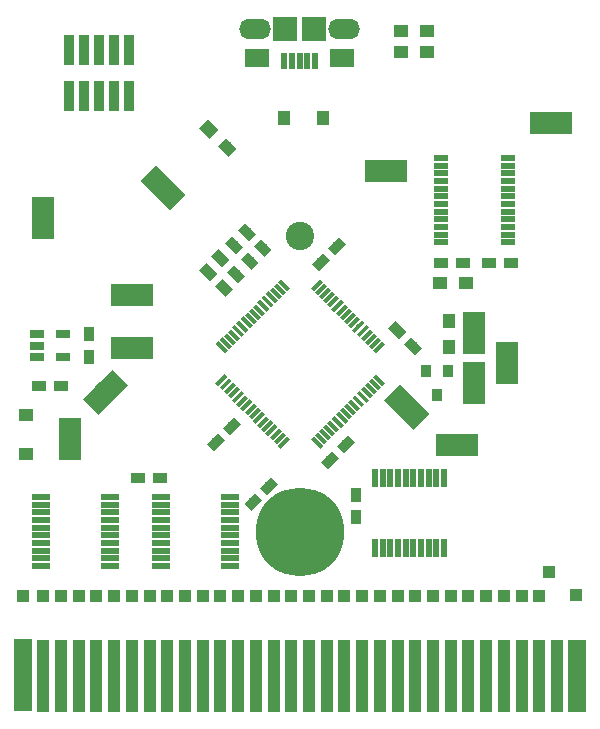
<source format=gbr>
G04 #@! TF.GenerationSoftware,KiCad,Pcbnew,(5.0.0-3-g5ebb6b6)*
G04 #@! TF.CreationDate,2018-08-11T09:42:43-07:00*
G04 #@! TF.ProjectId,pygameboy,707967616D65626F792E6B696361645F,rev?*
G04 #@! TF.SameCoordinates,Original*
G04 #@! TF.FileFunction,Soldermask,Top*
G04 #@! TF.FilePolarity,Negative*
%FSLAX46Y46*%
G04 Gerber Fmt 4.6, Leading zero omitted, Abs format (unit mm)*
G04 Created by KiCad (PCBNEW (5.0.0-3-g5ebb6b6)) date Saturday, August 11, 2018 at 09:42:43 AM*
%MOMM*%
%LPD*%
G01*
G04 APERTURE LIST*
%ADD10R,1.501600X6.101600*%
%ADD11R,1.101600X6.101600*%
%ADD12R,1.101600X1.101600*%
%ADD13R,1.881600X3.531600*%
%ADD14C,1.881600*%
%ADD15C,0.100000*%
%ADD16R,3.531600X1.881600*%
%ADD17C,0.851600*%
%ADD18R,1.301600X1.001600*%
%ADD19R,1.001600X1.301600*%
%ADD20R,2.101600X1.501600*%
%ADD21R,0.501600X1.451600*%
%ADD22R,2.001600X2.001600*%
%ADD23O,2.701600X1.701600*%
%ADD24R,0.851600X1.301600*%
%ADD25R,1.301600X0.851600*%
%ADD26R,0.841600X2.501600*%
%ADD27C,1.001600*%
%ADD28R,0.901600X1.001600*%
%ADD29R,1.161600X0.751600*%
%ADD30C,7.501600*%
%ADD31C,2.401600*%
%ADD32C,0.351600*%
%ADD33R,1.551600X0.551600*%
%ADD34R,0.551600X1.551600*%
%ADD35R,1.201600X0.501600*%
G04 APERTURE END LIST*
D10*
G04 #@! TO.C,U1*
X101245000Y-94448000D03*
D11*
X102945000Y-94488000D03*
X104445000Y-94488000D03*
X105945000Y-94488000D03*
X107445000Y-94488000D03*
X108945000Y-94488000D03*
X110445000Y-94488000D03*
X111945000Y-94488000D03*
X113445000Y-94488000D03*
X114945000Y-94488000D03*
X116445000Y-94488000D03*
X117945000Y-94488000D03*
X119445000Y-94488000D03*
X120945000Y-94488000D03*
X122445000Y-94488000D03*
X123945000Y-94488000D03*
X125445000Y-94488000D03*
X126945000Y-94488000D03*
X128445000Y-94488000D03*
X129945000Y-94488000D03*
X131445000Y-94488000D03*
X132945000Y-94488000D03*
X134445000Y-94488000D03*
X135945000Y-94488000D03*
X137445000Y-94488000D03*
X138945000Y-94488000D03*
X140445000Y-94488000D03*
X141945000Y-94488000D03*
X143445000Y-94488000D03*
X144945000Y-94488000D03*
X146445000Y-94488000D03*
D10*
X148145000Y-94488000D03*
G04 #@! TD*
D12*
G04 #@! TO.C,TP7*
X110445000Y-87738000D03*
G04 #@! TD*
G04 #@! TO.C,TP14*
X120945000Y-87738000D03*
G04 #@! TD*
G04 #@! TO.C,TP8*
X111945000Y-87738000D03*
G04 #@! TD*
G04 #@! TO.C,TP6*
X108945000Y-87738000D03*
G04 #@! TD*
G04 #@! TO.C,TP5*
X107445000Y-87738000D03*
G04 #@! TD*
G04 #@! TO.C,TP4*
X105945000Y-87738000D03*
G04 #@! TD*
G04 #@! TO.C,TP3*
X104445000Y-87738000D03*
G04 #@! TD*
G04 #@! TO.C,TP2*
X102945000Y-87738000D03*
G04 #@! TD*
G04 #@! TO.C,TP1*
X101219000Y-87738000D03*
G04 #@! TD*
G04 #@! TO.C,TP15*
X122445000Y-87738000D03*
G04 #@! TD*
G04 #@! TO.C,TP16*
X123945000Y-87738000D03*
G04 #@! TD*
G04 #@! TO.C,TP17*
X125445000Y-87738000D03*
G04 #@! TD*
G04 #@! TO.C,TP18*
X126945000Y-87738000D03*
G04 #@! TD*
G04 #@! TO.C,TP19*
X128445000Y-87738000D03*
G04 #@! TD*
G04 #@! TO.C,TP10*
X114945000Y-87738000D03*
G04 #@! TD*
G04 #@! TO.C,TP20*
X129945000Y-87738000D03*
G04 #@! TD*
G04 #@! TO.C,TP11*
X116445000Y-87738000D03*
G04 #@! TD*
G04 #@! TO.C,TP12*
X117945000Y-87738000D03*
G04 #@! TD*
G04 #@! TO.C,TP21*
X131445000Y-87738000D03*
G04 #@! TD*
G04 #@! TO.C,TP22*
X132945000Y-87738000D03*
G04 #@! TD*
G04 #@! TO.C,TP23*
X134445000Y-87738000D03*
G04 #@! TD*
G04 #@! TO.C,TP24*
X135945000Y-87738000D03*
G04 #@! TD*
G04 #@! TO.C,TP25*
X137445000Y-87738000D03*
G04 #@! TD*
G04 #@! TO.C,TP26*
X138945000Y-87738000D03*
G04 #@! TD*
G04 #@! TO.C,TP27*
X140445000Y-87738000D03*
G04 #@! TD*
G04 #@! TO.C,TP28*
X141945000Y-87738000D03*
G04 #@! TD*
G04 #@! TO.C,TP29*
X143445000Y-87738000D03*
G04 #@! TD*
G04 #@! TO.C,TP30*
X144945000Y-87738000D03*
G04 #@! TD*
G04 #@! TO.C,TP31*
X145795000Y-85738000D03*
G04 #@! TD*
G04 #@! TO.C,TP32*
X148045000Y-87688000D03*
G04 #@! TD*
G04 #@! TO.C,TP13*
X119445000Y-87738000D03*
G04 #@! TD*
G04 #@! TO.C,TP9*
X113445000Y-87738000D03*
G04 #@! TD*
D13*
G04 #@! TO.C,TP33*
X142195000Y-67988000D03*
G04 #@! TD*
D14*
G04 #@! TO.C,TP40*
X133695000Y-71738000D03*
D15*
G36*
X135608855Y-72321363D02*
X134278363Y-73651855D01*
X131781145Y-71154637D01*
X133111637Y-69824145D01*
X135608855Y-72321363D01*
X135608855Y-72321363D01*
G37*
G04 #@! TD*
D13*
G04 #@! TO.C,TP41*
X105195000Y-74488000D03*
G04 #@! TD*
D14*
G04 #@! TO.C,TP42*
X108195000Y-70488000D03*
D15*
G36*
X107611637Y-72401855D02*
X106281145Y-71071363D01*
X108778363Y-68574145D01*
X110108855Y-69904637D01*
X107611637Y-72401855D01*
X107611637Y-72401855D01*
G37*
G04 #@! TD*
D16*
G04 #@! TO.C,TP43*
X137945000Y-74988000D03*
G04 #@! TD*
G04 #@! TO.C,TP44*
X131945000Y-51738000D03*
G04 #@! TD*
G04 #@! TO.C,TP45*
X110445000Y-66738000D03*
G04 #@! TD*
D13*
G04 #@! TO.C,TP35*
X139445000Y-65488000D03*
G04 #@! TD*
G04 #@! TO.C,TP34*
X139445000Y-69738000D03*
G04 #@! TD*
D16*
G04 #@! TO.C,TP38*
X110445000Y-62238000D03*
G04 #@! TD*
D13*
G04 #@! TO.C,TP39*
X102945000Y-55738000D03*
G04 #@! TD*
D16*
G04 #@! TO.C,TP37*
X145945000Y-47738000D03*
G04 #@! TD*
D14*
G04 #@! TO.C,TP36*
X113095000Y-53188000D03*
D15*
G36*
X115008855Y-53771363D02*
X113678363Y-55101855D01*
X111181145Y-52604637D01*
X112511637Y-51274145D01*
X115008855Y-53771363D01*
X115008855Y-53771363D01*
G37*
G04 #@! TD*
D17*
G04 #@! TO.C,C14*
X119073249Y-58016249D03*
D15*
G36*
X118311978Y-57857150D02*
X118914150Y-57254978D01*
X119834520Y-58175348D01*
X119232348Y-58777520D01*
X118311978Y-57857150D01*
X118311978Y-57857150D01*
G37*
D17*
X120416751Y-59359751D03*
D15*
G36*
X119655480Y-59200652D02*
X120257652Y-58598480D01*
X121178022Y-59518850D01*
X120575850Y-60121022D01*
X119655480Y-59200652D01*
X119655480Y-59200652D01*
G37*
G04 #@! TD*
D17*
G04 #@! TO.C,C15*
X121516751Y-58309751D03*
D15*
G36*
X120755480Y-58150652D02*
X121357652Y-57548480D01*
X122278022Y-58468850D01*
X121675850Y-59071022D01*
X120755480Y-58150652D01*
X120755480Y-58150652D01*
G37*
D17*
X120173249Y-56966249D03*
D15*
G36*
X119411978Y-56807150D02*
X120014150Y-56204978D01*
X120934520Y-57125348D01*
X120332348Y-57727520D01*
X119411978Y-56807150D01*
X119411978Y-56807150D01*
G37*
G04 #@! TD*
D18*
G04 #@! TO.C,D3*
X133266000Y-39878000D03*
X135466000Y-39878000D03*
G04 #@! TD*
G04 #@! TO.C,R4*
X135466000Y-41656000D03*
X133266000Y-41656000D03*
G04 #@! TD*
G04 #@! TO.C,R3*
X138768000Y-61214000D03*
X136568000Y-61214000D03*
G04 #@! TD*
G04 #@! TO.C,D2*
X101473000Y-72391000D03*
X101473000Y-75691000D03*
G04 #@! TD*
D19*
G04 #@! TO.C,D1*
X126618000Y-47244000D03*
X123318000Y-47244000D03*
G04 #@! TD*
D20*
G04 #@! TO.C,J4*
X128250000Y-42201000D03*
X121050000Y-42201000D03*
D21*
X125950000Y-42426000D03*
X125300000Y-42426000D03*
X124650000Y-42426000D03*
X124000000Y-42426000D03*
X123350000Y-42426000D03*
D22*
X125850000Y-39751000D03*
X123450000Y-39751000D03*
D23*
X128450000Y-39751000D03*
X120850000Y-39751000D03*
G04 #@! TD*
D24*
G04 #@! TO.C,C13*
X106807000Y-65598000D03*
X106807000Y-67498000D03*
G04 #@! TD*
D17*
G04 #@! TO.C,C12*
X120740249Y-79792751D03*
D15*
G36*
X120581150Y-80554022D02*
X119978978Y-79951850D01*
X120899348Y-79031480D01*
X121501520Y-79633652D01*
X120581150Y-80554022D01*
X120581150Y-80554022D01*
G37*
D17*
X122083751Y-78449249D03*
D15*
G36*
X121924652Y-79210520D02*
X121322480Y-78608348D01*
X122242850Y-77687978D01*
X122845022Y-78290150D01*
X121924652Y-79210520D01*
X121924652Y-79210520D01*
G37*
G04 #@! TD*
D25*
G04 #@! TO.C,C11*
X112837000Y-77724000D03*
X110937000Y-77724000D03*
G04 #@! TD*
G04 #@! TO.C,C10*
X104455000Y-69977000D03*
X102555000Y-69977000D03*
G04 #@! TD*
D24*
G04 #@! TO.C,C9*
X129445000Y-81087000D03*
X129445000Y-79187000D03*
G04 #@! TD*
D25*
G04 #@! TO.C,C8*
X136591000Y-59563000D03*
X138491000Y-59563000D03*
G04 #@! TD*
G04 #@! TO.C,C7*
X140655000Y-59563000D03*
X142555000Y-59563000D03*
G04 #@! TD*
D17*
G04 #@! TO.C,C6*
X127798751Y-58129249D03*
D15*
G36*
X127957850Y-57367978D02*
X128560022Y-57970150D01*
X127639652Y-58890520D01*
X127037480Y-58288348D01*
X127957850Y-57367978D01*
X127957850Y-57367978D01*
G37*
D17*
X126455249Y-59472751D03*
D15*
G36*
X126614348Y-58711480D02*
X127216520Y-59313652D01*
X126296150Y-60234022D01*
X125693978Y-59631850D01*
X126614348Y-58711480D01*
X126614348Y-58711480D01*
G37*
G04 #@! TD*
D17*
G04 #@! TO.C,C5*
X132932249Y-65241249D03*
D15*
G36*
X133693520Y-65400348D02*
X133091348Y-66002520D01*
X132170978Y-65082150D01*
X132773150Y-64479978D01*
X133693520Y-65400348D01*
X133693520Y-65400348D01*
G37*
D17*
X134275751Y-66584751D03*
D15*
G36*
X135037022Y-66743850D02*
X134434850Y-67346022D01*
X133514480Y-66425652D01*
X134116652Y-65823480D01*
X135037022Y-66743850D01*
X135037022Y-66743850D01*
G37*
G04 #@! TD*
D17*
G04 #@! TO.C,C4*
X127217249Y-76236751D03*
D15*
G36*
X127058150Y-76998022D02*
X126455978Y-76395850D01*
X127376348Y-75475480D01*
X127978520Y-76077652D01*
X127058150Y-76998022D01*
X127058150Y-76998022D01*
G37*
D17*
X128560751Y-74893249D03*
D15*
G36*
X128401652Y-75654520D02*
X127799480Y-75052348D01*
X128719850Y-74131978D01*
X129322022Y-74734150D01*
X128401652Y-75654520D01*
X128401652Y-75654520D01*
G37*
G04 #@! TD*
D17*
G04 #@! TO.C,C3*
X118908751Y-73369249D03*
D15*
G36*
X118749652Y-74130520D02*
X118147480Y-73528348D01*
X119067850Y-72607978D01*
X119670022Y-73210150D01*
X118749652Y-74130520D01*
X118749652Y-74130520D01*
G37*
D17*
X117565249Y-74712751D03*
D15*
G36*
X117406150Y-75474022D02*
X116803978Y-74871850D01*
X117724348Y-73951480D01*
X118326520Y-74553652D01*
X117406150Y-75474022D01*
X117406150Y-75474022D01*
G37*
G04 #@! TD*
D17*
G04 #@! TO.C,C2*
X119289751Y-60488751D03*
D15*
G36*
X120051022Y-60647850D02*
X119448850Y-61250022D01*
X118528480Y-60329652D01*
X119130652Y-59727480D01*
X120051022Y-60647850D01*
X120051022Y-60647850D01*
G37*
D17*
X117946249Y-59145249D03*
D15*
G36*
X118707520Y-59304348D02*
X118105348Y-59906520D01*
X117184978Y-58986150D01*
X117787150Y-58383978D01*
X118707520Y-59304348D01*
X118707520Y-59304348D01*
G37*
G04 #@! TD*
D17*
G04 #@! TO.C,C1*
X118273751Y-61631751D03*
D15*
G36*
X117512480Y-61472652D02*
X118114652Y-60870480D01*
X119035022Y-61790850D01*
X118432850Y-62393022D01*
X117512480Y-61472652D01*
X117512480Y-61472652D01*
G37*
D17*
X116930249Y-60288249D03*
D15*
G36*
X116168978Y-60129150D02*
X116771150Y-59526978D01*
X117691520Y-60447348D01*
X117089348Y-61049520D01*
X116168978Y-60129150D01*
X116168978Y-60129150D01*
G37*
G04 #@! TD*
D26*
G04 #@! TO.C,J3*
X110236000Y-41484000D03*
X110236000Y-45384000D03*
X108966000Y-41484000D03*
X108966000Y-45384000D03*
X107696000Y-41484000D03*
X107696000Y-45384000D03*
X106426000Y-41484000D03*
X106426000Y-45384000D03*
X105156000Y-41484000D03*
X105156000Y-45384000D03*
G04 #@! TD*
D19*
G04 #@! TO.C,R2*
X137287000Y-64432000D03*
X137287000Y-66632000D03*
G04 #@! TD*
D27*
G04 #@! TO.C,R1*
X118522817Y-49765817D03*
D15*
G36*
X117708513Y-49659751D02*
X118416751Y-48951513D01*
X119337121Y-49871883D01*
X118628883Y-50580121D01*
X117708513Y-49659751D01*
X117708513Y-49659751D01*
G37*
D27*
X116967183Y-48210183D03*
D15*
G36*
X116152879Y-48104117D02*
X116861117Y-47395879D01*
X117781487Y-48316249D01*
X117073249Y-49024487D01*
X116152879Y-48104117D01*
X116152879Y-48104117D01*
G37*
G04 #@! TD*
D28*
G04 #@! TO.C,Q1*
X136271000Y-70723000D03*
X135321000Y-68723000D03*
X137221000Y-68723000D03*
G04 #@! TD*
D29*
G04 #@! TO.C,U7*
X104605000Y-65598000D03*
X104605000Y-67498000D03*
X102405000Y-67498000D03*
X102405000Y-66548000D03*
X102405000Y-65598000D03*
G04 #@! TD*
D30*
G04 #@! TO.C,J2*
X124650000Y-82350000D03*
G04 #@! TD*
D31*
G04 #@! TO.C,J1*
X124650000Y-57300000D03*
G04 #@! TD*
D32*
G04 #@! TO.C,U2*
X118031841Y-66693142D03*
D15*
G36*
X118545625Y-66958307D02*
X118297006Y-67206926D01*
X117518057Y-66427977D01*
X117766676Y-66179358D01*
X118545625Y-66958307D01*
X118545625Y-66958307D01*
G37*
D32*
X118385394Y-66339588D03*
D15*
G36*
X118899178Y-66604753D02*
X118650559Y-66853372D01*
X117871610Y-66074423D01*
X118120229Y-65825804D01*
X118899178Y-66604753D01*
X118899178Y-66604753D01*
G37*
D32*
X118738948Y-65986035D03*
D15*
G36*
X119252732Y-66251200D02*
X119004113Y-66499819D01*
X118225164Y-65720870D01*
X118473783Y-65472251D01*
X119252732Y-66251200D01*
X119252732Y-66251200D01*
G37*
D32*
X119092501Y-65632482D03*
D15*
G36*
X119606285Y-65897647D02*
X119357666Y-66146266D01*
X118578717Y-65367317D01*
X118827336Y-65118698D01*
X119606285Y-65897647D01*
X119606285Y-65897647D01*
G37*
D32*
X119446054Y-65278928D03*
D15*
G36*
X119959838Y-65544093D02*
X119711219Y-65792712D01*
X118932270Y-65013763D01*
X119180889Y-64765144D01*
X119959838Y-65544093D01*
X119959838Y-65544093D01*
G37*
D32*
X119799608Y-64925375D03*
D15*
G36*
X120313392Y-65190540D02*
X120064773Y-65439159D01*
X119285824Y-64660210D01*
X119534443Y-64411591D01*
X120313392Y-65190540D01*
X120313392Y-65190540D01*
G37*
D32*
X120153161Y-64571821D03*
D15*
G36*
X120666945Y-64836986D02*
X120418326Y-65085605D01*
X119639377Y-64306656D01*
X119887996Y-64058037D01*
X120666945Y-64836986D01*
X120666945Y-64836986D01*
G37*
D32*
X120506715Y-64218268D03*
D15*
G36*
X121020499Y-64483433D02*
X120771880Y-64732052D01*
X119992931Y-63953103D01*
X120241550Y-63704484D01*
X121020499Y-64483433D01*
X121020499Y-64483433D01*
G37*
D32*
X120860268Y-63864715D03*
D15*
G36*
X121374052Y-64129880D02*
X121125433Y-64378499D01*
X120346484Y-63599550D01*
X120595103Y-63350931D01*
X121374052Y-64129880D01*
X121374052Y-64129880D01*
G37*
D32*
X121213821Y-63511161D03*
D15*
G36*
X121727605Y-63776326D02*
X121478986Y-64024945D01*
X120700037Y-63245996D01*
X120948656Y-62997377D01*
X121727605Y-63776326D01*
X121727605Y-63776326D01*
G37*
D32*
X121567375Y-63157608D03*
D15*
G36*
X122081159Y-63422773D02*
X121832540Y-63671392D01*
X121053591Y-62892443D01*
X121302210Y-62643824D01*
X122081159Y-63422773D01*
X122081159Y-63422773D01*
G37*
D32*
X121920928Y-62804054D03*
D15*
G36*
X122434712Y-63069219D02*
X122186093Y-63317838D01*
X121407144Y-62538889D01*
X121655763Y-62290270D01*
X122434712Y-63069219D01*
X122434712Y-63069219D01*
G37*
D32*
X122274482Y-62450501D03*
D15*
G36*
X122788266Y-62715666D02*
X122539647Y-62964285D01*
X121760698Y-62185336D01*
X122009317Y-61936717D01*
X122788266Y-62715666D01*
X122788266Y-62715666D01*
G37*
D32*
X122628035Y-62096948D03*
D15*
G36*
X123141819Y-62362113D02*
X122893200Y-62610732D01*
X122114251Y-61831783D01*
X122362870Y-61583164D01*
X123141819Y-62362113D01*
X123141819Y-62362113D01*
G37*
D32*
X122981588Y-61743394D03*
D15*
G36*
X123495372Y-62008559D02*
X123246753Y-62257178D01*
X122467804Y-61478229D01*
X122716423Y-61229610D01*
X123495372Y-62008559D01*
X123495372Y-62008559D01*
G37*
D32*
X123335142Y-61389841D03*
D15*
G36*
X123848926Y-61655006D02*
X123600307Y-61903625D01*
X122821358Y-61124676D01*
X123069977Y-60876057D01*
X123848926Y-61655006D01*
X123848926Y-61655006D01*
G37*
D32*
X126092858Y-61389841D03*
D15*
G36*
X125827693Y-61903625D02*
X125579074Y-61655006D01*
X126358023Y-60876057D01*
X126606642Y-61124676D01*
X125827693Y-61903625D01*
X125827693Y-61903625D01*
G37*
D32*
X126446412Y-61743394D03*
D15*
G36*
X126181247Y-62257178D02*
X125932628Y-62008559D01*
X126711577Y-61229610D01*
X126960196Y-61478229D01*
X126181247Y-62257178D01*
X126181247Y-62257178D01*
G37*
D32*
X126799965Y-62096948D03*
D15*
G36*
X126534800Y-62610732D02*
X126286181Y-62362113D01*
X127065130Y-61583164D01*
X127313749Y-61831783D01*
X126534800Y-62610732D01*
X126534800Y-62610732D01*
G37*
D32*
X127153518Y-62450501D03*
D15*
G36*
X126888353Y-62964285D02*
X126639734Y-62715666D01*
X127418683Y-61936717D01*
X127667302Y-62185336D01*
X126888353Y-62964285D01*
X126888353Y-62964285D01*
G37*
D32*
X127507072Y-62804054D03*
D15*
G36*
X127241907Y-63317838D02*
X126993288Y-63069219D01*
X127772237Y-62290270D01*
X128020856Y-62538889D01*
X127241907Y-63317838D01*
X127241907Y-63317838D01*
G37*
D32*
X127860625Y-63157608D03*
D15*
G36*
X127595460Y-63671392D02*
X127346841Y-63422773D01*
X128125790Y-62643824D01*
X128374409Y-62892443D01*
X127595460Y-63671392D01*
X127595460Y-63671392D01*
G37*
D32*
X128214179Y-63511161D03*
D15*
G36*
X127949014Y-64024945D02*
X127700395Y-63776326D01*
X128479344Y-62997377D01*
X128727963Y-63245996D01*
X127949014Y-64024945D01*
X127949014Y-64024945D01*
G37*
D32*
X128567732Y-63864715D03*
D15*
G36*
X128302567Y-64378499D02*
X128053948Y-64129880D01*
X128832897Y-63350931D01*
X129081516Y-63599550D01*
X128302567Y-64378499D01*
X128302567Y-64378499D01*
G37*
D32*
X128921285Y-64218268D03*
D15*
G36*
X128656120Y-64732052D02*
X128407501Y-64483433D01*
X129186450Y-63704484D01*
X129435069Y-63953103D01*
X128656120Y-64732052D01*
X128656120Y-64732052D01*
G37*
D32*
X129274839Y-64571821D03*
D15*
G36*
X129009674Y-65085605D02*
X128761055Y-64836986D01*
X129540004Y-64058037D01*
X129788623Y-64306656D01*
X129009674Y-65085605D01*
X129009674Y-65085605D01*
G37*
D32*
X129628392Y-64925375D03*
D15*
G36*
X129363227Y-65439159D02*
X129114608Y-65190540D01*
X129893557Y-64411591D01*
X130142176Y-64660210D01*
X129363227Y-65439159D01*
X129363227Y-65439159D01*
G37*
D32*
X129981946Y-65278928D03*
D15*
G36*
X129716781Y-65792712D02*
X129468162Y-65544093D01*
X130247111Y-64765144D01*
X130495730Y-65013763D01*
X129716781Y-65792712D01*
X129716781Y-65792712D01*
G37*
D32*
X130335499Y-65632482D03*
D15*
G36*
X130070334Y-66146266D02*
X129821715Y-65897647D01*
X130600664Y-65118698D01*
X130849283Y-65367317D01*
X130070334Y-66146266D01*
X130070334Y-66146266D01*
G37*
D32*
X130689052Y-65986035D03*
D15*
G36*
X130423887Y-66499819D02*
X130175268Y-66251200D01*
X130954217Y-65472251D01*
X131202836Y-65720870D01*
X130423887Y-66499819D01*
X130423887Y-66499819D01*
G37*
D32*
X131042606Y-66339588D03*
D15*
G36*
X130777441Y-66853372D02*
X130528822Y-66604753D01*
X131307771Y-65825804D01*
X131556390Y-66074423D01*
X130777441Y-66853372D01*
X130777441Y-66853372D01*
G37*
D32*
X131396159Y-66693142D03*
D15*
G36*
X131130994Y-67206926D02*
X130882375Y-66958307D01*
X131661324Y-66179358D01*
X131909943Y-66427977D01*
X131130994Y-67206926D01*
X131130994Y-67206926D01*
G37*
D32*
X131396159Y-69450858D03*
D15*
G36*
X131909943Y-69716023D02*
X131661324Y-69964642D01*
X130882375Y-69185693D01*
X131130994Y-68937074D01*
X131909943Y-69716023D01*
X131909943Y-69716023D01*
G37*
D32*
X131042606Y-69804412D03*
D15*
G36*
X131556390Y-70069577D02*
X131307771Y-70318196D01*
X130528822Y-69539247D01*
X130777441Y-69290628D01*
X131556390Y-70069577D01*
X131556390Y-70069577D01*
G37*
D32*
X130689052Y-70157965D03*
D15*
G36*
X131202836Y-70423130D02*
X130954217Y-70671749D01*
X130175268Y-69892800D01*
X130423887Y-69644181D01*
X131202836Y-70423130D01*
X131202836Y-70423130D01*
G37*
D32*
X130335499Y-70511518D03*
D15*
G36*
X130849283Y-70776683D02*
X130600664Y-71025302D01*
X129821715Y-70246353D01*
X130070334Y-69997734D01*
X130849283Y-70776683D01*
X130849283Y-70776683D01*
G37*
D32*
X129981946Y-70865072D03*
D15*
G36*
X130495730Y-71130237D02*
X130247111Y-71378856D01*
X129468162Y-70599907D01*
X129716781Y-70351288D01*
X130495730Y-71130237D01*
X130495730Y-71130237D01*
G37*
D32*
X129628392Y-71218625D03*
D15*
G36*
X130142176Y-71483790D02*
X129893557Y-71732409D01*
X129114608Y-70953460D01*
X129363227Y-70704841D01*
X130142176Y-71483790D01*
X130142176Y-71483790D01*
G37*
D32*
X129274839Y-71572179D03*
D15*
G36*
X129788623Y-71837344D02*
X129540004Y-72085963D01*
X128761055Y-71307014D01*
X129009674Y-71058395D01*
X129788623Y-71837344D01*
X129788623Y-71837344D01*
G37*
D32*
X128921285Y-71925732D03*
D15*
G36*
X129435069Y-72190897D02*
X129186450Y-72439516D01*
X128407501Y-71660567D01*
X128656120Y-71411948D01*
X129435069Y-72190897D01*
X129435069Y-72190897D01*
G37*
D32*
X128567732Y-72279285D03*
D15*
G36*
X129081516Y-72544450D02*
X128832897Y-72793069D01*
X128053948Y-72014120D01*
X128302567Y-71765501D01*
X129081516Y-72544450D01*
X129081516Y-72544450D01*
G37*
D32*
X128214179Y-72632839D03*
D15*
G36*
X128727963Y-72898004D02*
X128479344Y-73146623D01*
X127700395Y-72367674D01*
X127949014Y-72119055D01*
X128727963Y-72898004D01*
X128727963Y-72898004D01*
G37*
D32*
X127860625Y-72986392D03*
D15*
G36*
X128374409Y-73251557D02*
X128125790Y-73500176D01*
X127346841Y-72721227D01*
X127595460Y-72472608D01*
X128374409Y-73251557D01*
X128374409Y-73251557D01*
G37*
D32*
X127507072Y-73339946D03*
D15*
G36*
X128020856Y-73605111D02*
X127772237Y-73853730D01*
X126993288Y-73074781D01*
X127241907Y-72826162D01*
X128020856Y-73605111D01*
X128020856Y-73605111D01*
G37*
D32*
X127153518Y-73693499D03*
D15*
G36*
X127667302Y-73958664D02*
X127418683Y-74207283D01*
X126639734Y-73428334D01*
X126888353Y-73179715D01*
X127667302Y-73958664D01*
X127667302Y-73958664D01*
G37*
D32*
X126799965Y-74047052D03*
D15*
G36*
X127313749Y-74312217D02*
X127065130Y-74560836D01*
X126286181Y-73781887D01*
X126534800Y-73533268D01*
X127313749Y-74312217D01*
X127313749Y-74312217D01*
G37*
D32*
X126446412Y-74400606D03*
D15*
G36*
X126960196Y-74665771D02*
X126711577Y-74914390D01*
X125932628Y-74135441D01*
X126181247Y-73886822D01*
X126960196Y-74665771D01*
X126960196Y-74665771D01*
G37*
D32*
X126092858Y-74754159D03*
D15*
G36*
X126606642Y-75019324D02*
X126358023Y-75267943D01*
X125579074Y-74488994D01*
X125827693Y-74240375D01*
X126606642Y-75019324D01*
X126606642Y-75019324D01*
G37*
D32*
X123335142Y-74754159D03*
D15*
G36*
X123069977Y-75267943D02*
X122821358Y-75019324D01*
X123600307Y-74240375D01*
X123848926Y-74488994D01*
X123069977Y-75267943D01*
X123069977Y-75267943D01*
G37*
D32*
X122981588Y-74400606D03*
D15*
G36*
X122716423Y-74914390D02*
X122467804Y-74665771D01*
X123246753Y-73886822D01*
X123495372Y-74135441D01*
X122716423Y-74914390D01*
X122716423Y-74914390D01*
G37*
D32*
X122628035Y-74047052D03*
D15*
G36*
X122362870Y-74560836D02*
X122114251Y-74312217D01*
X122893200Y-73533268D01*
X123141819Y-73781887D01*
X122362870Y-74560836D01*
X122362870Y-74560836D01*
G37*
D32*
X122274482Y-73693499D03*
D15*
G36*
X122009317Y-74207283D02*
X121760698Y-73958664D01*
X122539647Y-73179715D01*
X122788266Y-73428334D01*
X122009317Y-74207283D01*
X122009317Y-74207283D01*
G37*
D32*
X121920928Y-73339946D03*
D15*
G36*
X121655763Y-73853730D02*
X121407144Y-73605111D01*
X122186093Y-72826162D01*
X122434712Y-73074781D01*
X121655763Y-73853730D01*
X121655763Y-73853730D01*
G37*
D32*
X121567375Y-72986392D03*
D15*
G36*
X121302210Y-73500176D02*
X121053591Y-73251557D01*
X121832540Y-72472608D01*
X122081159Y-72721227D01*
X121302210Y-73500176D01*
X121302210Y-73500176D01*
G37*
D32*
X121213821Y-72632839D03*
D15*
G36*
X120948656Y-73146623D02*
X120700037Y-72898004D01*
X121478986Y-72119055D01*
X121727605Y-72367674D01*
X120948656Y-73146623D01*
X120948656Y-73146623D01*
G37*
D32*
X120860268Y-72279285D03*
D15*
G36*
X120595103Y-72793069D02*
X120346484Y-72544450D01*
X121125433Y-71765501D01*
X121374052Y-72014120D01*
X120595103Y-72793069D01*
X120595103Y-72793069D01*
G37*
D32*
X120506715Y-71925732D03*
D15*
G36*
X120241550Y-72439516D02*
X119992931Y-72190897D01*
X120771880Y-71411948D01*
X121020499Y-71660567D01*
X120241550Y-72439516D01*
X120241550Y-72439516D01*
G37*
D32*
X120153161Y-71572179D03*
D15*
G36*
X119887996Y-72085963D02*
X119639377Y-71837344D01*
X120418326Y-71058395D01*
X120666945Y-71307014D01*
X119887996Y-72085963D01*
X119887996Y-72085963D01*
G37*
D32*
X119799608Y-71218625D03*
D15*
G36*
X119534443Y-71732409D02*
X119285824Y-71483790D01*
X120064773Y-70704841D01*
X120313392Y-70953460D01*
X119534443Y-71732409D01*
X119534443Y-71732409D01*
G37*
D32*
X119446054Y-70865072D03*
D15*
G36*
X119180889Y-71378856D02*
X118932270Y-71130237D01*
X119711219Y-70351288D01*
X119959838Y-70599907D01*
X119180889Y-71378856D01*
X119180889Y-71378856D01*
G37*
D32*
X119092501Y-70511518D03*
D15*
G36*
X118827336Y-71025302D02*
X118578717Y-70776683D01*
X119357666Y-69997734D01*
X119606285Y-70246353D01*
X118827336Y-71025302D01*
X118827336Y-71025302D01*
G37*
D32*
X118738948Y-70157965D03*
D15*
G36*
X118473783Y-70671749D02*
X118225164Y-70423130D01*
X119004113Y-69644181D01*
X119252732Y-69892800D01*
X118473783Y-70671749D01*
X118473783Y-70671749D01*
G37*
D32*
X118385394Y-69804412D03*
D15*
G36*
X118120229Y-70318196D02*
X117871610Y-70069577D01*
X118650559Y-69290628D01*
X118899178Y-69539247D01*
X118120229Y-70318196D01*
X118120229Y-70318196D01*
G37*
D32*
X118031841Y-69450858D03*
D15*
G36*
X117766676Y-69964642D02*
X117518057Y-69716023D01*
X118297006Y-68937074D01*
X118545625Y-69185693D01*
X117766676Y-69964642D01*
X117766676Y-69964642D01*
G37*
G04 #@! TD*
D33*
G04 #@! TO.C,U6*
X108614000Y-79371000D03*
X108614000Y-80021000D03*
X108614000Y-80671000D03*
X108614000Y-81321000D03*
X108614000Y-81971000D03*
X108614000Y-82621000D03*
X108614000Y-83271000D03*
X108614000Y-83921000D03*
X108614000Y-84571000D03*
X108614000Y-85221000D03*
X102714000Y-85221000D03*
X102714000Y-84571000D03*
X102714000Y-83921000D03*
X102714000Y-83271000D03*
X102714000Y-82621000D03*
X102714000Y-81971000D03*
X102714000Y-81321000D03*
X102714000Y-80671000D03*
X102714000Y-80021000D03*
X102714000Y-79371000D03*
G04 #@! TD*
G04 #@! TO.C,U4*
X112874000Y-79371000D03*
X112874000Y-80021000D03*
X112874000Y-80671000D03*
X112874000Y-81321000D03*
X112874000Y-81971000D03*
X112874000Y-82621000D03*
X112874000Y-83271000D03*
X112874000Y-83921000D03*
X112874000Y-84571000D03*
X112874000Y-85221000D03*
X118774000Y-85221000D03*
X118774000Y-84571000D03*
X118774000Y-83921000D03*
X118774000Y-83271000D03*
X118774000Y-82621000D03*
X118774000Y-81971000D03*
X118774000Y-81321000D03*
X118774000Y-80671000D03*
X118774000Y-80021000D03*
X118774000Y-79371000D03*
G04 #@! TD*
D34*
G04 #@! TO.C,U3*
X131020000Y-77788000D03*
X131670000Y-77788000D03*
X132320000Y-77788000D03*
X132970000Y-77788000D03*
X133620000Y-77788000D03*
X134270000Y-77788000D03*
X134920000Y-77788000D03*
X135570000Y-77788000D03*
X136220000Y-77788000D03*
X136870000Y-77788000D03*
X136870000Y-83688000D03*
X136220000Y-83688000D03*
X135570000Y-83688000D03*
X134920000Y-83688000D03*
X134270000Y-83688000D03*
X133620000Y-83688000D03*
X132970000Y-83688000D03*
X132320000Y-83688000D03*
X131670000Y-83688000D03*
X131020000Y-83688000D03*
G04 #@! TD*
D35*
G04 #@! TO.C,U5*
X136596000Y-57804000D03*
X136596000Y-57154000D03*
X136596000Y-56504000D03*
X136596000Y-55854000D03*
X136596000Y-55204000D03*
X136596000Y-54554000D03*
X136596000Y-53904000D03*
X136596000Y-53254000D03*
X136596000Y-52604000D03*
X136596000Y-51954000D03*
X136596000Y-51304000D03*
X136596000Y-50654000D03*
X142296000Y-50654000D03*
X142296000Y-51304000D03*
X142296000Y-51954000D03*
X142296000Y-52604000D03*
X142296000Y-53254000D03*
X142296000Y-53904000D03*
X142296000Y-54554000D03*
X142296000Y-55204000D03*
X142296000Y-55854000D03*
X142296000Y-56504000D03*
X142296000Y-57154000D03*
X142296000Y-57804000D03*
G04 #@! TD*
M02*

</source>
